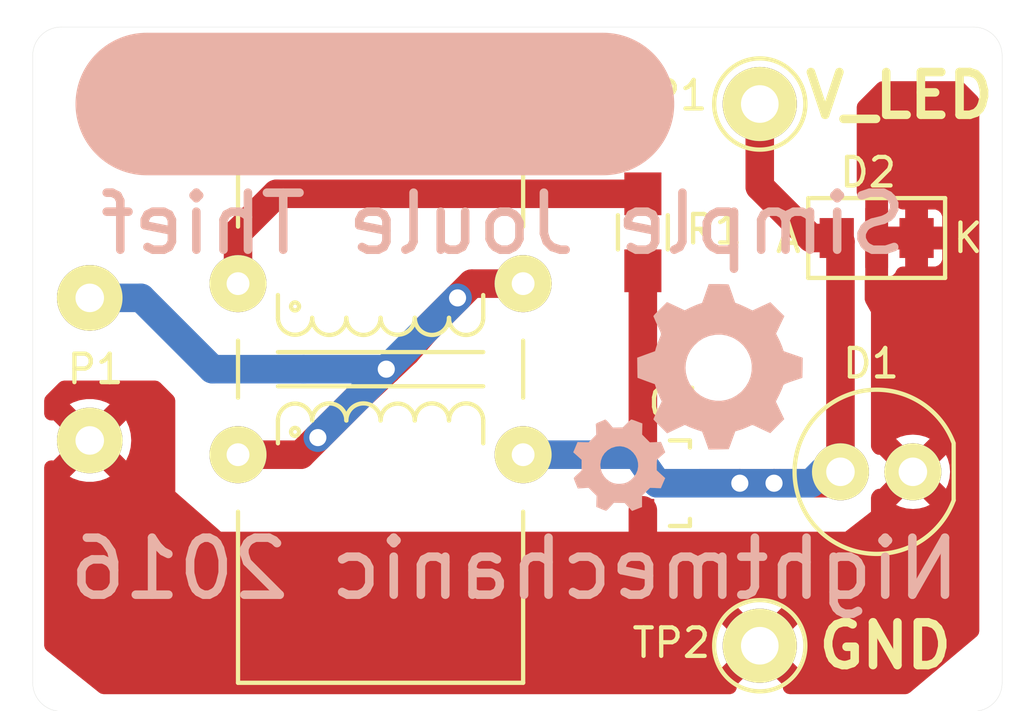
<source format=kicad_pcb>
(kicad_pcb (version 20221018) (generator pcbnew)
  (layers (0 "F.Cu" signal) (31 "B.Cu" signal) (34 "B.Paste" user) (35 "F.Paste" user) (36 "B.SilkS" user "B.Silkscreen") (37 "F.SilkS" user "F.Silkscreen") (38 "B.Mask" user) (39 "F.Mask" user) (44 "Edge.Cuts" user))
  (net 0 "")
  (net 1 "Net-(D1-Pad1)")
  (net 2 "Net-(D1-Pad2)")
  (net 3 "Net-(P1-Pad2)")
  (net 4 "Net-(Q1-Pad1)")
  (net 5 "Net-(R1-Pad2)")
  (footprint "LED_5mm" (layer "F.Cu") (at 165.6 108.6 180)
    (fp_text reference "D1" (at 0.2 3.8 180) (layer "F.SilkS"))
    (fp_text value "LED")
    (fp_line (start -2.7 -1) (end -2.7 1) (stroke (width 0.15)) (layer "F.SilkS"))
    (fp_arc (start -2.7 -1) (mid 2.879222 -0.008888) (end -2.693775 1.01665) (stroke (width 0.15)) (layer "F.SilkS"))
    (pad "1" thru_hole circle (at -1.27 0 180) (size 2 2) (drill 1) (layers "*.Cu" "*.Mask" "F.SilkS") (net 1 "Net-(D1-Pad1)"))
    (pad "2" thru_hole circle (at 1.27 0 180) (size 2 2) (drill 1) (layers "*.Cu" "*.Mask" "F.SilkS") (net 2 "Net-(D1-Pad2)"))
  )
  (footprint "nightmechanic_pcb:LED_PLCC_2_HEATPAD" (layer "F.Cu") (at 165.6 100.4 180)
    (fp_text reference "D2" (at 0.3 2.3 180) (layer "F.SilkS"))
    (fp_text value "LED")
    (fp_text user "A" (at 3.1 0 180) (layer "F.SilkS"))
    (fp_text user "K" (at -3.2 0 180) (layer "F.SilkS"))
    (fp_line (start -2.4 -1.4) (end 2.4 -1.4) (stroke (width 0.15)) (layer "F.SilkS"))
    (fp_line (start -2.4 1.4) (end -2.4 -1.4) (stroke (width 0.15)) (layer "F.SilkS"))
    (fp_line (start 2.3 1.4) (end -2.4 1.4) (stroke (width 0.15)) (layer "F.SilkS"))
    (fp_line (start 2.4 -1.4) (end 2.4 1.4) (stroke (width 0.15)) (layer "F.SilkS"))
    (pad "1" smd rect (at -1.4 0 180) (size 1.2 1.4) (layers "F.Cu" "F.Paste" "F.Mask") (net 1 "Net-(D1-Pad1)"))
    (pad "1" smd rect (at 0 0 180) (size 0.8 2.1) (layers "F.Cu" "F.Paste" "F.Mask") (net 1 "Net-(D1-Pad1)"))
    (pad "2" smd rect (at 1.4 0 180) (size 1.2 1.4) (layers "F.Cu" "F.Paste" "F.Mask") (net 2 "Net-(D1-Pad2)"))
  )
  (footprint "nightmechanic_pcb:conn_2_5mm" (layer "F.Cu") (at 138 105 90)
    (fp_text reference "P1" (at 0 0.2 180) (layer "F.SilkS"))
    (fp_text value "CONN_01X02")
    (pad "1" thru_hole circle (at -2.5 0 90) (size 2.3 2.3) (drill 1) (layers "*.Cu" "*.Mask" "F.SilkS") (net 1 "Net-(D1-Pad1)"))
    (pad "2" thru_hole circle (at 2.5 0 90) (size 2.3 2.3) (drill 1) (layers "*.Cu" "*.Mask" "F.SilkS") (net 3 "Net-(P1-Pad2)"))
  )
  (footprint "TO_SOT_Packages_SMD:SOT-23" (layer "F.Cu") (at 158.4 109 -90)
    (fp_text reference "Q1" (at -2.8 -0.2) (layer "F.SilkS"))
    (fp_text value "MMBT3904")
    (fp_line (start -1.49982 -0.65024) (end -1.2509 -0.65024) (stroke (width 0.15)) (layer "F.SilkS"))
    (fp_line (start -1.49982 0.0508) (end -1.49982 -0.65024) (stroke (width 0.15)) (layer "F.SilkS"))
    (fp_line (start 1.29916 -0.65024) (end 1.2509 -0.65024) (stroke (width 0.15)) (layer "F.SilkS"))
    (fp_line (start 1.29916 -0.65024) (end 1.49982 -0.65024) (stroke (width 0.15)) (layer "F.SilkS"))
    (fp_line (start 1.49982 -0.65024) (end 1.49982 0.0508) (stroke (width 0.15)) (layer "F.SilkS"))
    (pad "1" smd rect (at -0.95 1.00076 270) (size 0.8001 0.8001) (layers "F.Cu" "F.Paste" "F.Mask") (net 4 "Net-(Q1-Pad1)"))
    (pad "2" smd rect (at 0.95 1.00076 270) (size 0.8001 0.8001) (layers "F.Cu" "F.Paste" "F.Mask") (net 1 "Net-(D1-Pad1)"))
    (pad "3" smd rect (at 0 -0.99822 270) (size 0.8001 0.8001) (layers "F.Cu" "F.Paste" "F.Mask") (net 2 "Net-(D1-Pad2)"))
  )
  (footprint "Resistors_SMD:R_0805_HandSoldering" (layer "F.Cu") (at 157.4 100.2 90)
    (fp_text reference "R1" (at 0.1 2.5 180) (layer "F.SilkS"))
    (fp_text value "R")
    (fp_line (start -0.6 -0.875) (end 0.6 -0.875) (stroke (width 0.15)) (layer "F.SilkS"))
    (fp_line (start 0.6 0.875) (end -0.6 0.875) (stroke (width 0.15)) (layer "F.SilkS"))
    (pad "1" smd rect (at -1.35 0 90) (size 1.5 1.3) (layers "F.Cu" "F.Paste" "F.Mask") (net 4 "Net-(Q1-Pad1)"))
    (pad "2" smd rect (at 1.35 0 90) (size 1.5 1.3) (layers "F.Cu" "F.Paste" "F.Mask") (net 5 "Net-(R1-Pad2)"))
  )
  (footprint "nightmechanic_pcb:Transformer_22x10" (layer "F.Cu") (at 148.2 105)
    (fp_text reference "T1" (at 6.2 -9.4) (layer "F.SilkS"))
    (fp_text value "TRANSFORMER")
    (fp_line (start -5 -11) (end -5 -5) (stroke (width 0.15)) (layer "F.SilkS"))
    (fp_line (start -5 -11) (end 5 -11) (stroke (width 0.15)) (layer "F.SilkS"))
    (fp_line (start -5 -1) (end -5 1) (stroke (width 0.15)) (layer "F.SilkS"))
    (fp_line (start -5 11) (end -5 5) (stroke (width 0.15)) (layer "F.SilkS"))
    (fp_line (start -3.6 -1.8) (end -3.6 -2.6) (stroke (width 0.15)) (layer "F.SilkS"))
    (fp_line (start -3.6 -0.6) (end 3.6 -0.6) (stroke (width 0.15)) (layer "F.SilkS"))
    (fp_line (start -3.6 1.8) (end -3.6 2.6) (stroke (width 0.15)) (layer "F.SilkS"))
    (fp_line (start 3.6 -1.8) (end 3.6 -2.6) (stroke (width 0.15)) (layer "F.SilkS"))
    (fp_line (start 3.6 0.6) (end -3.6 0.6) (stroke (width 0.15)) (layer "F.SilkS"))
    (fp_line (start 3.6 1.8) (end 3.6 1.9) (stroke (width 0.15)) (layer "F.SilkS"))
    (fp_line (start 3.6 1.9) (end 3.6 2.6) (stroke (width 0.15)) (layer "F.SilkS"))
    (fp_line (start 5 -11) (end 5 -5) (stroke (width 0.15)) (layer "F.SilkS"))
    (fp_line (start 5 -1) (end 5 1) (stroke (width 0.15)) (layer "F.SilkS"))
    (fp_line (start 5 5) (end 5 11) (stroke (width 0.15)) (layer "F.SilkS"))
    (fp_line (start 5 11) (end -5 11) (stroke (width 0.15)) (layer "F.SilkS"))
    (fp_arc (start -3.6 1.8) (mid -3 1.2) (end -2.4 1.8) (stroke (width 0.15)) (layer "F.SilkS"))
    (fp_arc (start -2.4 -1.8) (mid -3 -1.2) (end -3.6 -1.8) (stroke (width 0.15)) (layer "F.SilkS"))
    (fp_arc (start -2.4 1.8) (mid -1.8 1.2) (end -1.2 1.8) (stroke (width 0.15)) (layer "F.SilkS"))
    (fp_arc (start -1.2 -1.8) (mid -1.8 -1.2) (end -2.4 -1.8) (stroke (width 0.15)) (layer "F.SilkS"))
    (fp_arc (start -1.2 1.8) (mid -0.6 1.2) (end 0 1.8) (stroke (width 0.15)) (layer "F.SilkS"))
    (fp_arc (start 0 -1.8) (mid -0.6 -1.2) (end -1.2 -1.8) (stroke (width 0.15)) (layer "F.SilkS"))
    (fp_arc (start 0 1.8) (mid 0.6 1.2) (end 1.2 1.8) (stroke (width 0.15)) (layer "F.SilkS"))
    (fp_arc (start 1.2 -1.8) (mid 0.6 -1.2) (end 0 -1.8) (stroke (width 0.15)) (layer "F.SilkS"))
    (fp_arc (start 1.2 1.8) (mid 1.8 1.2) (end 2.4 1.8) (stroke (width 0.15)) (layer "F.SilkS"))
    (fp_arc (start 2.4 -1.8) (mid 1.8 -1.2) (end 1.2 -1.8) (stroke (width 0.15)) (layer "F.SilkS"))
    (fp_arc (start 2.4 1.8) (mid 3 1.2) (end 3.6 1.8) (stroke (width 0.15)) (layer "F.SilkS"))
    (fp_arc (start 3.6 -1.8) (mid 3 -1.2) (end 2.4 -1.8) (stroke (width 0.15)) (layer "F.SilkS"))
    (fp_circle (center -3 -2.2) (end -2.9 -2.1) (stroke (width 0.15)) (fill none) (layer "F.SilkS"))
    (fp_circle (center -3 2.2) (end -2.9 2.3) (stroke (width 0.15)) (fill none) (layer "F.SilkS"))
    (pad "1" thru_hole circle (at -5 -3) (size 2 2) (drill 0.8) (layers "*.Cu" "*.Mask" "F.SilkS") (net 5 "Net-(R1-Pad2)"))
    (pad "2" thru_hole circle (at 5 -3) (size 2 2) (drill 0.8) (layers "*.Cu" "*.Mask" "F.SilkS") (net 3 "Net-(P1-Pad2)"))
    (pad "3" thru_hole circle (at 5 3) (size 2 2) (drill 0.8) (layers "*.Cu" "*.Mask" "F.SilkS") (net 2 "Net-(D1-Pad2)"))
    (pad "4" thru_hole circle (at -5 3) (size 2 2) (drill 0.8) (layers "*.Cu" "*.Mask" "F.SilkS") (net 3 "Net-(P1-Pad2)"))
  )
  (footprint "nightmechanic_pcb:Test_point_glass_1.32" (layer "F.Cu") (at 161.5 95.7)
    (fp_text reference "TP1" (at -3.2 -0.3) (layer "F.SilkS"))
    (fp_text value "Test_point_loop_1.32mm")
    (fp_circle (center 0 0) (end 0 -1.6) (stroke (width 0.15)) (fill none) (layer "F.SilkS"))
    (pad "1" thru_hole circle (at 0 0) (size 2.6 2.6) (drill 1.32) (layers "*.Cu" "*.Mask" "F.SilkS") (net 2 "Net-(D1-Pad2)"))
  )
  (footprint "nightmechanic_pcb:Test_point_glass_1.32" (layer "F.Cu") (at 161.5 114.7)
    (fp_text reference "TP2" (at -3.1 -0.1) (layer "F.SilkS"))
    (fp_text value "Test_point_loop_1.32mm")
    (fp_circle (center 0 0) (end 0 -1.6) (stroke (width 0.15)) (fill none) (layer "F.SilkS"))
    (pad "1" thru_hole circle (at 0 0) (size 2.6 2.6) (drill 1.32) (layers "*.Cu" "*.Mask" "F.SilkS") (net 1 "Net-(D1-Pad1)"))
  )
  (footprint "Logos:Gears_F.SilkS_10mm_flipped" (layer "B.Cu") (at 159 106)
    (fp_text reference "VAL" hide)
    (fp_text value "REF" hide)
    (fp_poly (pts (xy -4.04114 1.91516) (xy -3.96494 1.73482) (xy -3.89128 1.55702) (xy -3.6957 1.5621) (xy -3.50012 1.56464) (xy -3.36804 1.43256) (xy -3.23596 1.29794) (xy -3.24104 1.13284) (xy -3.24358 1.0541) (xy -3.24612 0.98552) (xy -3.2512 0.94488) (xy -3.25374 0.93726) (xy -3.24866 0.92202) (xy -3.2258 0.90424) (xy -3.18262 0.87884) (xy -3.1115 0.84836) (xy -3.09372 0.84074) (xy -3.09372 2.34696) (xy -3.08102 2.4892) (xy -3.03784 2.6289) (xy -2.96164 2.75844) (xy -2.87782 2.85242) (xy -2.75844 2.94132) (xy -2.63652 2.9972) (xy -2.49936 3.0226) (xy -2.39268 3.0226) (xy -2.25298 3.00482) (xy -2.1336 2.96164) (xy -2.02692 2.89052) (xy -1.93548 2.80162) (xy -1.84404 2.67716) (xy -1.78816 2.54762) (xy -1.7653 2.413) (xy -1.77038 2.28092) (xy -1.80086 2.15392) (xy -1.85674 2.03708) (xy -1.93548 1.9304) (xy -2.032 1.83896) (xy -2.14376 1.76784) (xy -2.26822 1.72212) (xy -2.40284 1.7018) (xy -2.54508 1.7145) (xy -2.6924 1.76022) (xy -2.70764 1.7653) (xy -2.83972 1.84658) (xy -2.9464 1.95072) (xy -3.02514 2.07264) (xy -3.0734 2.20726) (xy -3.09372 2.34696) (xy -3.09372 0.84074) (xy -3.0099 0.80518) (xy -2.91846 0.76708) (xy -2.8956 0.77978) (xy -2.8575 0.8128) (xy -2.8067 0.86614) (xy -2.77622 0.90424) (xy -2.6543 1.04902) (xy -2.47904 1.04648) (xy -2.30632 1.04394) (xy -2.16408 0.90424) (xy -2.10058 0.84328) (xy -2.04978 0.79756) (xy -2.01422 0.76962) (xy -2.00152 0.76454) (xy -1.97612 0.77216) (xy -1.92278 0.78994) (xy -1.85166 0.81534) (xy -1.80086 0.83566) (xy -1.61798 0.90424) (xy -1.62306 1.09982) (xy -1.62814 1.29286) (xy -1.49352 1.43002) (xy -1.35636 1.56718) (xy -1.16078 1.55956) (xy -0.9652 1.55194) (xy -0.889 1.73482) (xy -0.81534 1.9177) (xy -0.9271 2.01676) (xy -0.98806 2.0701) (xy -1.03886 2.11582) (xy -1.07442 2.14376) (xy -1.07696 2.14376) (xy -1.09474 2.16154) (xy -1.1049 2.19202) (xy -1.10998 2.24028) (xy -1.11252 2.31394) (xy -1.11506 2.35966) (xy -1.11506 2.54762) (xy -0.96774 2.68478) (xy -0.81788 2.82194) (xy -0.89408 2.9972) (xy -0.97028 3.175) (xy -1.16078 3.16738) (xy -1.35128 3.1623) (xy -1.49098 3.302) (xy -1.63068 3.4417) (xy -1.63068 3.63982) (xy -1.63068 3.8354) (xy -1.80594 3.90398) (xy -1.97866 3.97256) (xy -2.1082 3.83286) (xy -2.23774 3.69316) (xy -2.42824 3.69062) (xy -2.61874 3.68554) (xy -2.74066 3.82524) (xy -2.79654 3.88366) (xy -2.8448 3.93192) (xy -2.88036 3.95986) (xy -2.89052 3.9624) (xy -2.921 3.95478) (xy -2.97688 3.937) (xy -3.048 3.90906) (xy -3.07594 3.89636) (xy -3.23342 3.83032) (xy -3.22834 3.63728) (xy -3.22326 3.4417) (xy -3.3655 3.302) (xy -3.5052 3.15976) (xy -3.69316 3.17246) (xy -3.88112 3.18516) (xy -3.95224 3.01752) (xy -3.98272 2.94132) (xy -4.00812 2.87782) (xy -4.02082 2.83464) (xy -4.02336 2.82448) (xy -4.01066 2.80416) (xy -3.97256 2.76098) (xy -3.91922 2.71018) (xy -3.8862 2.6797) (xy -3.74904 2.55524) (xy -3.74904 2.36728) (xy -3.74904 2.17678) (xy -3.89636 2.0447) (xy -4.04114 1.91516)) (stroke (width 0.00254)) (fill solid) (layer "B.SilkS"))
    (fp_poly (pts (xy -1.79832 -1.40208) (xy -1.4859 -1.51638) (xy -1.17094 -1.63068) (xy -1.143 -1.73736) (xy -1.12776 -1.78562) (xy -1.10998 -1.83896) (xy -1.08712 -1.90246) (xy -1.05664 -1.98374) (xy -1.01346 -2.08788) (xy -0.97028 -2.19202) (xy -0.9652 -2.21488) (xy -0.9652 -2.24028) (xy -0.97536 -2.27838) (xy -0.99314 -2.33172) (xy -1.0287 -2.40792) (xy -1.07696 -2.51206) (xy -1.08966 -2.54254) (xy -1.13792 -2.6416) (xy -1.17602 -2.7305) (xy -1.2065 -2.80162) (xy -1.22682 -2.84734) (xy -1.22936 -2.86258) (xy -1.21666 -2.88036) (xy -1.1811 -2.92354) (xy -1.12522 -2.98196) (xy -1.0541 -3.05562) (xy -0.9906 -3.11912) (xy -0.75184 -3.35534) (xy -0.44196 -3.20802) (xy -0.13208 -3.06324) (xy -0.10668 -3.07594) (xy -0.10668 -1.04394) (xy -0.09144 -0.86614) (xy -0.0381 -0.66294) (xy 0.04572 -0.48006) (xy 0.15494 -0.32004) (xy 0.28448 -0.18288) (xy 0.43434 -0.06858) (xy 0.5969 0.01524) (xy 0.77216 0.0762) (xy 0.95504 0.10668) (xy 1.14046 0.10922) (xy 1.32588 0.07874) (xy 1.50876 0.01778) (xy 1.68148 -0.0762) (xy 1.84658 -0.2032) (xy 1.87706 -0.23368) (xy 2.01168 -0.3937) (xy 2.11328 -0.56896) (xy 2.18186 -0.75184) (xy 2.21488 -0.94234) (xy 2.21996 -1.13284) (xy 2.19202 -1.3208) (xy 2.13106 -1.50114) (xy 2.04216 -1.67132) (xy 1.92532 -1.82626) (xy 1.778 -1.96342) (xy 1.60274 -2.07772) (xy 1.5494 -2.10566) (xy 1.35128 -2.17678) (xy 1.15062 -2.21234) (xy 0.94234 -2.20726) (xy 0.72898 -2.16408) (xy 0.70104 -2.15646) (xy 0.51562 -2.07772) (xy 0.34798 -1.9685) (xy 0.19812 -1.8288) (xy 0.07366 -1.66878) (xy -0.02032 -1.48844) (xy -0.04064 -1.43256) (xy -0.09144 -1.23698) (xy -0.10668 -1.04394) (xy -0.10668 -3.07594) (xy 0.04572 -3.15214) (xy 0.1397 -3.19532) (xy 0.23622 -3.2385) (xy 0.32258 -3.27152) (xy 0.35052 -3.28168) (xy 0.47752 -3.32232) (xy 0.59436 -3.65252) (xy 0.70866 -3.98526) (xy 1.05664 -3.98526) (xy 1.19126 -3.98272) (xy 1.29032 -3.98018) (xy 1.3589 -3.97764) (xy 1.39954 -3.97002) (xy 1.41478 -3.9624) (xy 1.41732 -3.95986) (xy 1.42494 -3.93446) (xy 1.44526 -3.87858) (xy 1.4732 -3.79984) (xy 1.50622 -3.70332) (xy 1.53162 -3.6322) (xy 1.63576 -3.32994) (xy 1.73228 -3.29438) (xy 1.78816 -3.27152) (xy 1.8669 -3.2385) (xy 1.96088 -3.19532) (xy 2.03708 -3.15976) (xy 2.24536 -3.05816) (xy 2.46634 -3.1623) (xy 2.56032 -3.20802) (xy 2.6543 -3.24866) (xy 2.7305 -3.28422) (xy 2.77876 -3.30708) (xy 2.87274 -3.34772) (xy 3.11658 -3.10388) (xy 3.36296 -2.86004) (xy 3.21564 -2.55016) (xy 3.07086 -2.24536) (xy 3.1623 -2.06502) (xy 3.20802 -1.97104) (xy 3.24866 -1.87452) (xy 3.28422 -1.78816) (xy 3.29438 -1.75768) (xy 3.33756 -1.63068) (xy 3.6703 -1.51638) (xy 4.00558 -1.39954) (xy 4.0005 -1.04902) (xy 3.99542 -0.6985) (xy 3.91668 -0.67056) (xy 3.75158 -0.61468) (xy 3.62204 -0.5715) (xy 3.52044 -0.53594) (xy 3.44424 -0.50546) (xy 3.3909 -0.4826) (xy 3.35534 -0.46228) (xy 3.33248 -0.4445) (xy 3.31978 -0.42672) (xy 3.3147 -0.40894) (xy 3.31216 -0.40132) (xy 3.29946 -0.36068) (xy 3.27152 -0.2921) (xy 3.23342 -0.20828) (xy 3.19024 -0.1143) (xy 3.18262 -0.09906) (xy 3.06324 0.13716) (xy 3.21056 0.4445) (xy 3.35788 0.75184) (xy 3.1115 0.99822) (xy 2.86766 1.2446) (xy 2.56286 1.10236) (xy 2.4638 1.0541) (xy 2.3749 1.01346) (xy 2.30378 0.98044) (xy 2.25806 0.96266) (xy 2.24282 0.95758) (xy 2.21742 0.9652) (xy 2.16662 0.98552) (xy 2.10058 1.016) (xy 2.0828 1.02362) (xy 1.98882 1.06426) (xy 1.88214 1.10744) (xy 1.79324 1.13538) (xy 1.64084 1.1811) (xy 1.55956 1.40716) (xy 1.524 1.50368) (xy 1.49098 1.59512) (xy 1.46304 1.67386) (xy 1.44526 1.71958) (xy 1.4097 1.80594) (xy 1.05918 1.81356) (xy 0.70612 1.81864) (xy 0.65278 1.66624) (xy 0.61722 1.56972) (xy 0.57912 1.4605) (xy 0.54102 1.3589) (xy 0.53848 1.35128) (xy 0.47752 1.18872) (xy 0.31242 1.13538) (xy 0.21336 1.09982) (xy 0.10922 1.06172) (xy 0.01778 1.02362) (xy 0.00762 1.01854) (xy -0.12954 0.95504) (xy -0.43942 1.10236) (xy -0.7493 1.25222) (xy -0.9906 1.01092) (xy -1.06934 0.93218) (xy -1.13538 0.8636) (xy -1.18872 0.80772) (xy -1.22174 0.76962) (xy -1.22936 0.75692) (xy -1.22174 0.73406) (xy -1.19888 0.68326) (xy -1.16586 0.60706) (xy -1.12268 0.51562) (xy -1.08458 0.43434) (xy -0.93726 0.13208) (xy -1.00076 0.00254) (xy -1.03632 -0.07874) (xy -1.07696 -0.1778) (xy -1.11506 -0.2794) (xy -1.12268 -0.29972) (xy -1.1811 -0.47498) (xy -1.48336 -0.5842) (xy -1.78816 -0.6985) (xy -1.79324 -1.04902) (xy -1.79832 -1.40208)) (stroke (width 0.00254)) (fill solid) (layer "B.SilkS"))
  )
  (gr_line (start 156 95.7) (end 140 95.7) (stroke (width 5)) (layer "B.SilkS"))
  (gr_arc (start 169 93) (mid 169.707107 93.292893) (end 170 94) (stroke (width 0.01)) (layer "Edge.Cuts"))
  (gr_line (start 136 116) (end 136 94) (stroke (width 0.01)) (layer "Edge.Cuts"))
  (gr_arc (start 136 94) (mid 136.292893 93.292893) (end 137 93) (stroke (width 0.01)) (layer "Edge.Cuts"))
  (gr_line (start 137 93) (end 169 93) (stroke (width 0.01)) (layer "Edge.Cuts"))
  (gr_line (start 170 94) (end 170 116) (stroke (width 0.01)) (layer "Edge.Cuts"))
  (gr_arc (start 137 117) (mid 136.292893 116.707107) (end 136 116) (stroke (width 0.01)) (layer "Edge.Cuts"))
  (gr_arc (start 170 116) (mid 169.707107 116.707107) (end 169 117) (stroke (width 0.01)) (layer "Edge.Cuts"))
  (gr_line (start 169 117) (end 137 117) (stroke (width 0.01)) (layer "Edge.Cuts"))
  (gr_text "Nightmechanic 2016" (at 152.9 112) (layer "B.SilkS") (effects (font (size 2 2) (thickness 0.3)) (justify mirror)))
  (gr_text "Simple Joule Thief" (at 152.5 99.9) (layer "B.SilkS") (effects (font (size 2 2) (thickness 0.3)) (justify mirror)))
  (gr_text "GND\n" (at 165.9 114.7) (layer "F.SilkS") (effects (font (size 1.5 1.5) (thickness 0.3))))
  (gr_text "V_LED" (at 166.4 95.4) (layer "F.SilkS") (effects (font (size 1.5 1.5) (thickness 0.3))))
  (segment (start 166.87 100.53) (end 167 100.4) (width 1) (layer "F.Cu") (net 1))
  (segment (start 166.87 100.53) (end 167 100.4) (width 1) (layer "F.Cu") (net 1))
  (segment (start 157.39924 111.89924) (end 157.4 111.9) (width 1) (layer "F.Cu") (net 1))
  (segment (start 157.39924 109.95) (end 157.39924 111.89924) (width 1) (layer "F.Cu") (net 1))
  (segment (start 164.33 100.53) (end 164.2 100.4) (width 1) (layer "F.Cu") (net 2))
  (segment (start 163.3 100.4) (end 161.5 98.6) (width 1) (layer "F.Cu") (net 2))
  (segment (start 161.5 98.6) (end 161.5 95.7) (width 1) (layer "F.Cu") (net 2))
  (segment (start 163.93 109) (end 164.33 108.6) (width 1) (layer "F.Cu") (net 2))
  (segment (start 164.2 100.4) (end 163.3 100.4) (width 1) (layer "F.Cu") (net 2))
  (segment (start 162 109) (end 163.93 109) (width 1) (layer "F.Cu") (net 2))
  (segment (start 159.39822 109) (end 160.8 109) (width 1) (layer "F.Cu") (net 2))
  (segment (start 160.8 109) (end 162 109) (width 1) (layer "F.Cu") (net 2))
  (segment (start 164.33 108.6) (end 164.33 100.53) (width 1) (layer "F.Cu") (net 2))
  (via (at 162 109) (size 1) (drill 0.6) (layers "F.Cu" "B.Cu") (net 2))
  (via (at 160.8 109) (size 1) (drill 0.6) (layers "F.Cu" "B.Cu") (net 2))
  (segment (start 157.2 108) (end 157.9 109) (width 1) (layer "B.Cu") (net 2))
  (segment (start 157.9 109) (end 160.8 109) (width 1) (layer "B.Cu") (net 2))
  (segment (start 163.7 108.6) (end 163.3 109) (width 1) (layer "B.Cu") (net 2))
  (segment (start 163.3 109) (end 162.2 109) (width 1) (layer "B.Cu") (net 2))
  (segment (start 162 109) (end 162.2 109) (width 1) (layer "B.Cu") (net 2))
  (segment (start 163.7 108.6) (end 163.3 109) (width 1) (layer "B.Cu") (net 2))
  (segment (start 163.3 109) (end 157.9 109) (width 1) (layer "B.Cu") (net 2))
  (segment (start 164.33 108.6) (end 163.7 108.6) (width 1) (layer "B.Cu") (net 2))
  (segment (start 153.2 108) (end 157.2 108) (width 1) (layer "B.Cu") (net 2))
  (segment (start 145.4 108) (end 146 107.4) (width 1) (layer "F.Cu") (net 3))
  (segment (start 151.4 102) (end 153.2 102) (width 1) (layer "F.Cu") (net 3))
  (segment (start 149.1 104.4) (end 149.8 103.6) (width 1) (layer "F.Cu") (net 3))
  (segment (start 147.45 105.95) (end 148.428732 105.030585) (width 1) (layer "F.Cu") (net 3))
  (segment (start 149.8 103.6) (end 150.9 102.5) (width 1) (layer "F.Cu") (net 3))
  (segment (start 148.4 105) (end 148.428732 105.028732) (width 1) (layer "F.Cu") (net 3))
  (segment (start 148.428732 105.028732) (end 148.428732 105.030585) (width 1) (layer "F.Cu") (net 3))
  (segment (start 148.428732 105.030585) (end 149.1 104.4) (width 1) (layer "F.Cu") (net 3))
  (segment (start 147.4 106) (end 147.45 105.95) (width 1) (layer "F.Cu") (net 3))
  (segment (start 150.9 102.5) (end 151.4 102) (width 1) (layer "F.Cu") (net 3))
  (segment (start 146 107.4) (end 147.4 106) (width 1) (layer "F.Cu") (net 3))
  (segment (start 143.2 108) (end 145.4 108) (width 1) (layer "F.Cu") (net 3))
  (via (at 146 107.4) (size 1) (drill 0.6) (layers "F.Cu" "B.Cu") (net 3))
  (via (at 148.4 105) (size 1) (drill 0.6) (layers "F.Cu" "B.Cu") (net 3))
  (via (at 150.9 102.5) (size 1) (drill 0.6) (layers "F.Cu" "B.Cu") (net 3))
  (segment (start 143 107.8) (end 143.2 108) (width 1) (layer "B.Cu") (net 3))
  (segment (start 139.8 102.5) (end 142.3 105) (width 1) (layer "B.Cu") (net 3))
  (segment (start 142.3 105) (end 145.5 105) (width 1) (layer "B.Cu") (net 3))
  (segment (start 145.5 105) (end 148.4 105) (width 1) (layer "B.Cu") (net 3))
  (segment (start 148.4 105) (end 150.9 102.5) (width 1) (layer "B.Cu") (net 3))
  (segment (start 138 102.5) (end 139.8 102.5) (width 1) (layer "B.Cu") (net 3))
  (segment (start 148.4 105) (end 146 107.4) (width 1) (layer "B.Cu") (net 3))
  (segment (start 157.39924 101.55076) (end 157.4 101.55) (width 1) (layer "F.Cu") (net 4))
  (segment (start 157.39924 108.05) (end 157.39924 101.55076) (width 1) (layer "F.Cu") (net 4))
  (segment (start 143.2 100.2) (end 144.55 98.85) (width 1) (layer "F.Cu") (net 5))
  (segment (start 144.55 98.85) (end 157.4 98.85) (width 1) (layer "F.Cu") (net 5))
  (segment (start 143.2 102) (end 143.2 100.2) (width 1) (layer "F.Cu") (net 5))
  (zone (net 1) (net_name "Net-(D1-Pad1)") (layer "F.Cu") (connect_pads (clearance 0.35)) (min_thickness 0.5) (fill yes (thermal_gap 0.3) (thermal_bridge_width 0.8))
    (polygon (pts (xy 137 105.4) (xy 136.4 106) (xy 136.4 114.8) (xy 138.4 116.4) (xy 166.7 116.4) (xy 169.2 114.3) (xy 169.2 95.5) (xy 168.6 94.9) (xy 166 94.9) (xy 165.7 94.9) (xy 165.3 95.3) (xy 164.9 95.7) (xy 164.9 102.1) (xy 165.4 103) (xy 165.4 110) (xy 164.5 110.7) (xy 142.6 110.7) (xy 141 109.3) (xy 141 106) (xy 140.4 105.4)))
  )
)
</source>
